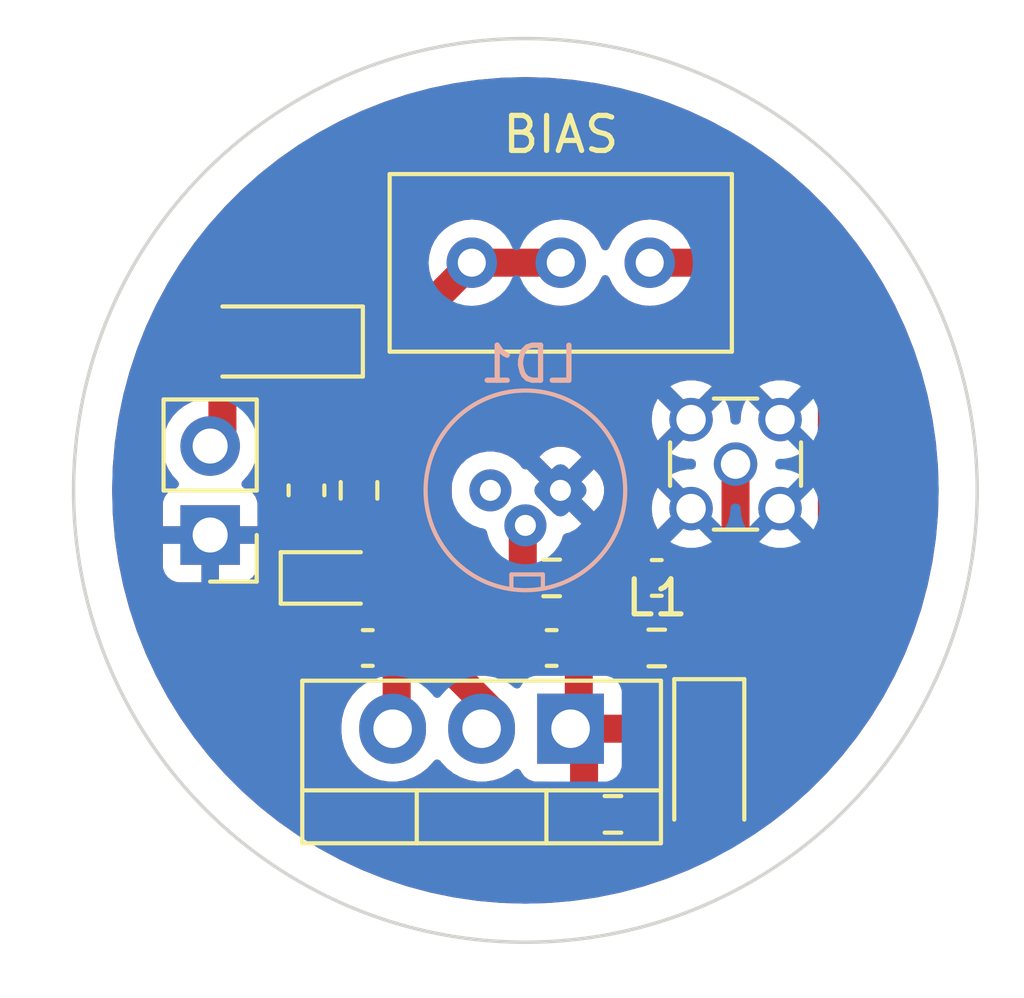
<source format=kicad_pcb>
(kicad_pcb (version 20221018) (generator pcbnew)
  (layers (0 "F.Cu" signal) (31 "B.Cu" signal) (34 "B.Paste" user) (35 "F.Paste" user) (36 "B.SilkS" user "B.Silkscreen") (37 "F.SilkS" user "F.Silkscreen") (38 "B.Mask" user) (39 "F.Mask" user) (44 "Edge.Cuts" user))
  (net 0 "")
  (net 1 "Net-(D4-K)")
  (net 2 "GND")
  (net 3 "Net-(D1-A)")
  (net 4 "Net-(D2-K)")
  (net 5 "Net-(D4-A)")
  (net 6 "Net-(J2-In)")
  (net 8 "Net-(C6-Pad1)")
  (net 9 "Net-(LD1-Pad2)")
  (net 10 "Net-(R6-Pad1)")
  (net 11 "Net-(U1-VO)")
  (footprint "Resistor_SMD:R_0603_1608Metric" (layer "F.Cu") (at 52.5 59.25 180)
    (fp_text reference "R6" hide)
    (fp_text value "3.9" hide)
    (fp_line (start -0.237258 -0.5225) (end 0.237258 -0.5225) (stroke (width 0.12)) (layer "F.SilkS"))
    (fp_line (start -0.237258 0.5225) (end 0.237258 0.5225) (stroke (width 0.12)) (layer "F.SilkS"))
    (pad "1" smd roundrect (at -0.825 0 180) (size 0.8 0.95) (layers "F.Cu" "F.Paste" "F.Mask") (net 10 "Net-(R6-Pad1)"))
    (pad "2" smd roundrect (at 0.825 0 180) (size 0.8 0.95) (layers "F.Cu" "F.Paste" "F.Mask") (net 4 "Net-(D2-K)"))
  )
  (footprint "Diode_SMD:D_SOD-123" (layer "F.Cu") (at 43 45.75 180)
    (fp_text reference "D4" hide)
    (fp_text value "~" hide)
    (fp_line (start -2.36 -1) (end -2.36 1) (stroke (width 0.12)) (layer "F.SilkS"))
    (fp_line (start -2.36 -1) (end 1.65 -1) (stroke (width 0.12)) (layer "F.SilkS"))
    (fp_line (start -2.36 1) (end 1.65 1) (stroke (width 0.12)) (layer "F.SilkS"))
    (pad "1" smd roundrect (at -1.65 0 180) (size 0.9 1.2) (layers "F.Cu" "F.Paste" "F.Mask") (net 1 "Net-(D4-K)"))
    (pad "2" smd roundrect (at 1.65 0 180) (size 0.9 1.2) (layers "F.Cu" "F.Paste" "F.Mask") (net 5 "Net-(D4-A)"))
  )
  (footprint "Diode_SMD:D_SOD-123" (layer "F.Cu") (at 55.25 57.75 -90)
    (fp_text reference "D2" hide)
    (fp_text value "~")
    (fp_line (start -2.36 -1) (end -2.36 1) (stroke (width 0.12)) (layer "F.SilkS"))
    (fp_line (start -2.36 -1) (end 1.65 -1) (stroke (width 0.12)) (layer "F.SilkS"))
    (fp_line (start -2.36 1) (end 1.65 1) (stroke (width 0.12)) (layer "F.SilkS"))
    (pad "1" smd roundrect (at -1.65 0 270) (size 0.9 1.2) (layers "F.Cu" "F.Paste" "F.Mask") (net 4 "Net-(D2-K)"))
    (pad "2" smd roundrect (at 1.65 0 270) (size 0.9 1.2) (layers "F.Cu" "F.Paste" "F.Mask") (net 2 "GND"))
  )
  (footprint "Potentiometer_THT:Potentiometer_Bourns_3296W_Vertical" (layer "F.Cu") (at 53.55 43.5)
    (fp_text reference "BIAS" (at -2.54 -3.66) (layer "F.SilkS"))
    (fp_text value "200")
    (fp_line (start -7.425 -2.53) (end -7.425 2.54) (stroke (width 0.12)) (layer "F.SilkS"))
    (fp_line (start -7.425 -2.53) (end 2.345 -2.53) (stroke (width 0.12)) (layer "F.SilkS"))
    (fp_line (start -7.425 2.54) (end 2.345 2.54) (stroke (width 0.12)) (layer "F.SilkS"))
    (fp_line (start 2.345 -2.53) (end 2.345 2.54) (stroke (width 0.12)) (layer "F.SilkS"))
    (pad "1" thru_hole circle (at 0 0) (size 1.44 1.44) (drill 0.8) (layers "*.Cu" "*.Mask") (net 10 "Net-(R6-Pad1)"))
    (pad "2" thru_hole circle (at -2.54 0) (size 1.44 1.44) (drill 0.8) (layers "*.Cu" "*.Mask") (net 11 "Net-(U1-VO)"))
    (pad "3" thru_hole circle (at -5.08 0) (size 1.44 1.44) (drill 0.8) (layers "*.Cu" "*.Mask") (net 11 "Net-(U1-VO)"))
  )
  (footprint "Resistor_SMD:R_0603_1608Metric" (layer "F.Cu") (at 53.75 54.5)
    (fp_text reference "L1" (at 0 -1.43) (layer "F.SilkS"))
    (fp_text value "22uH")
    (fp_line (start -0.237258 -0.5225) (end 0.237258 -0.5225) (stroke (width 0.12)) (layer "F.SilkS"))
    (fp_line (start -0.237258 0.5225) (end 0.237258 0.5225) (stroke (width 0.12)) (layer "F.SilkS"))
    (pad "1" smd roundrect (at -0.825 0) (size 0.8 0.95) (layers "F.Cu" "F.Paste" "F.Mask") (net 4 "Net-(D2-K)"))
    (pad "2" smd roundrect (at 0.825 0) (size 0.8 0.95) (layers "F.Cu" "F.Paste" "F.Mask") (net 8 "Net-(C6-Pad1)"))
  )
  (footprint "Package_TO_SOT_THT:TO-220-3_Vertical" (layer "F.Cu") (at 51.29 56.805 180)
    (fp_text reference "U1" hide)
    (fp_text value "LM317_TO-220" hide)
    (fp_line (start -2.58 -3.27) (end -2.58 1.371) (stroke (width 0.12)) (layer "F.SilkS"))
    (fp_line (start -2.58 -3.27) (end 7.66 -3.27) (stroke (width 0.12)) (layer "F.SilkS"))
    (fp_line (start -2.58 -1.76) (end 7.66 -1.76) (stroke (width 0.12)) (layer "F.SilkS"))
    (fp_line (start -2.58 1.371) (end 7.66 1.371) (stroke (width 0.12)) (layer "F.SilkS"))
    (fp_line (start 0.69 -3.27) (end 0.69 -1.76) (stroke (width 0.12)) (layer "F.SilkS"))
    (fp_line (start 4.391 -3.27) (end 4.391 -1.76) (stroke (width 0.12)) (layer "F.SilkS"))
    (fp_line (start 7.66 -3.27) (end 7.66 1.371) (stroke (width 0.12)) (layer "F.SilkS"))
    (pad "1" thru_hole rect (at 0 0 180) (size 1.905 2) (drill 1.1) (layers "*.Cu" "*.Mask") (net 4 "Net-(D2-K)"))
    (pad "2" thru_hole oval (at 2.54 0 180) (size 1.905 2) (drill 1.1) (layers "*.Cu" "*.Mask") (net 11 "Net-(U1-VO)"))
    (pad "3" thru_hole oval (at 5.08 0 180) (size 1.905 2) (drill 1.1) (layers "*.Cu" "*.Mask") (net 1 "Net-(D4-K)"))
  )
  (footprint "Capacitor_SMD:C_0603_1608Metric" (layer "F.Cu") (at 45.5 54.5 180)
    (fp_text reference "C1" hide)
    (fp_text value "0.1uF" hide)
    (fp_line (start -0.14058 -0.51) (end 0.14058 -0.51) (stroke (width 0.12)) (layer "F.SilkS"))
    (fp_line (start -0.14058 0.51) (end 0.14058 0.51) (stroke (width 0.12)) (layer "F.SilkS"))
    (pad "1" smd roundrect (at -0.775 0 180) (size 0.9 0.95) (layers "F.Cu" "F.Paste" "F.Mask") (net 1 "Net-(D4-K)"))
    (pad "2" smd roundrect (at 0.775 0 180) (size 0.9 0.95) (layers "F.Cu" "F.Paste" "F.Mask") (net 2 "GND"))
  )
  (footprint "Resistor_SMD:R_0603_1608Metric" (layer "F.Cu") (at 45.25 50 -90)
    (fp_text reference "R1" hide)
    (fp_text value "1k" hide)
    (fp_line (start -0.237258 -0.5225) (end 0.237258 -0.5225) (stroke (width 0.12)) (layer "F.SilkS"))
    (fp_line (start -0.237258 0.5225) (end 0.237258 0.5225) (stroke (width 0.12)) (layer "F.SilkS"))
    (pad "1" smd roundrect (at -0.825 0 270) (size 0.8 0.95) (layers "F.Cu" "F.Paste" "F.Mask") (net 1 "Net-(D4-K)"))
    (pad "2" smd roundrect (at 0.825 0 270) (size 0.8 0.95) (layers "F.Cu" "F.Paste" "F.Mask") (net 3 "Net-(D1-A)"))
  )
  (footprint "Capacitor_SMD:C_0603_1608Metric" (layer "F.Cu") (at 50.75 54.5 180)
    (fp_text reference "C3" hide)
    (fp_text value "10uF" hide)
    (fp_line (start -0.14058 -0.51) (end 0.14058 -0.51) (stroke (width 0.12)) (layer "F.SilkS"))
    (fp_line (start -0.14058 0.51) (end 0.14058 0.51) (stroke (width 0.12)) (layer "F.SilkS"))
    (pad "1" smd roundrect locked (at -0.775 0 180) (size 0.9 0.95) (layers "F.Cu" "F.Paste" "F.Mask") (net 4 "Net-(D2-K)"))
    (pad "2" smd roundrect locked (at 0.775 0 180) (size 0.9 0.95) (layers "F.Cu" "F.Paste" "F.Mask") (net 2 "GND"))
  )
  (footprint "LED_SMD:LED_0603_1608Metric" (layer "F.Cu") (at 44.5 52.5)
    (fp_text reference "D1" hide)
    (fp_text value "LED" hide)
    (fp_line (start -1.485 -0.735) (end -1.485 0.735) (stroke (width 0.12)) (layer "F.SilkS"))
    (fp_line (start -1.485 0.735) (end 0.8 0.735) (stroke (width 0.12)) (layer "F.SilkS"))
    (fp_line (start 0.8 -0.735) (end -1.485 -0.735) (stroke (width 0.12)) (layer "F.SilkS"))
    (pad "1" smd roundrect (at -0.7875 0) (size 0.875 0.95) (layers "F.Cu" "F.Paste" "F.Mask") (net 2 "GND"))
    (pad "2" smd roundrect (at 0.7875 0) (size 0.875 0.95) (layers "F.Cu" "F.Paste" "F.Mask") (net 3 "Net-(D1-A)"))
  )
  (footprint "Connector_Coaxial:MMCX_Molex_73415-1471_Vertical" (layer "F.Cu") (at 56 49.25)
    (fp_text reference "J2" hide)
    (fp_text value "RF In" hide)
    (fp_line (start -1.87 0.62) (end -1.87 -0.62) (stroke (width 0.12)) (layer "F.SilkS"))
    (fp_line (start 0.62 -1.87) (end -0.62 -1.87) (stroke (width 0.12)) (layer "F.SilkS"))
    (fp_line (start 0.62 1.87) (end -0.62 1.87) (stroke (width 0.12)) (layer "F.SilkS"))
    (fp_line (start 1.87 0.62) (end 1.87 -0.62) (stroke (width 0.12)) (layer "F.SilkS"))
    (pad "1" thru_hole circle (at 0 0) (size 1.24 1.24) (drill 0.84) (layers "*.Cu" "*.Mask") (net 6 "Net-(J2-In)"))
    (pad "2" thru_hole circle (at -1.27 -1.27) (size 1.24 1.24) (drill 0.84) (layers "*.Cu" "*.Mask") (net 2 "GND"))
    (pad "2" thru_hole circle (at -1.27 1.27) (size 1.24 1.24) (drill 0.84) (layers "*.Cu" "*.Mask") (net 2 "GND"))
    (pad "2" thru_hole circle (at 1.27 -1.27) (size 1.24 1.24) (drill 0.84) (layers "*.Cu" "*.Mask") (net 2 "GND"))
    (pad "2" thru_hole circle (at 1.27 1.27) (size 1.24 1.24) (drill 0.84) (layers "*.Cu" "*.Mask") (net 2 "GND"))
  )
  (footprint "Connector_PinHeader_2.54mm:PinHeader_1x02_P2.54mm_Vertical" (layer "F.Cu") (at 41 51.275 180)
    (fp_text reference "J3" hide)
    (fp_text value "Power" hide)
    (fp_line (start -1.33 -1.33) (end 0 -1.33) (stroke (width 0.12)) (layer "F.SilkS"))
    (fp_line (start -1.33 0) (end -1.33 -1.33) (stroke (width 0.12)) (layer "F.SilkS"))
    (fp_line (start -1.33 1.27) (end -1.33 3.87) (stroke (width 0.12)) (layer "F.SilkS"))
    (fp_line (start -1.33 1.27) (end 1.33 1.27) (stroke (width 0.12)) (layer "F.SilkS"))
    (fp_line (start -1.33 3.87) (end 1.33 3.87) (stroke (width 0.12)) (layer "F.SilkS"))
    (fp_line (start 1.33 1.27) (end 1.33 3.87) (stroke (width 0.12)) (layer "F.SilkS"))
    (pad "1" thru_hole rect (at 0 0 180) (size 1.7 1.7) (drill 1) (layers "*.Cu" "*.Mask") (net 2 "GND"))
    (pad "2" thru_hole oval (at 0 2.54 180) (size 1.7 1.7) (drill 1) (layers "*.Cu" "*.Mask") (net 5 "Net-(D4-A)"))
  )
  (footprint "Resistor_SMD:R_0603_1608Metric" (layer "F.Cu") (at 50.75 52.5)
    (fp_text reference "R5" hide)
    (fp_text value "47" hide)
    (fp_line (start -0.237258 -0.5225) (end 0.237258 -0.5225) (stroke (width 0.12)) (layer "F.SilkS"))
    (fp_line (start -0.237258 0.5225) (end 0.237258 0.5225) (stroke (width 0.12)) (layer "F.SilkS"))
    (pad "1" smd roundrect (at -0.825 0) (size 0.8 0.95) (layers "F.Cu" "F.Paste" "F.Mask") (net 9 "Net-(LD1-Pad2)"))
    (pad "2" smd roundrect (at 0.825 0) (size 0.8 0.95) (layers "F.Cu" "F.Paste" "F.Mask") (net 8 "Net-(C6-Pad1)"))
  )
  (footprint "Capacitor_SMD:C_0603_1608Metric" (layer "F.Cu") (at 43.75 50 -90)
    (fp_text reference "C2" hide)
    (fp_text value "10uF" hide)
    (fp_line (start -0.14058 -0.51) (end 0.14058 -0.51) (stroke (width 0.12)) (layer "F.SilkS"))
    (fp_line (start -0.14058 0.51) (end 0.14058 0.51) (stroke (width 0.12)) (layer "F.SilkS"))
    (pad "1" smd roundrect (at -0.775 0 270) (size 0.9 0.95) (layers "F.Cu" "F.Paste" "F.Mask") (net 1 "Net-(D4-K)"))
    (pad "2" smd roundrect (at 0.775 0 270) (size 0.9 0.95) (layers "F.Cu" "F.Paste" "F.Mask") (net 2 "GND"))
  )
  (footprint "Capacitor_SMD:C_0603_1608Metric" (layer "F.Cu") (at 53.75 52.5)
    (fp_text reference "C6" hide)
    (fp_text value "0.1uF" hide)
    (fp_line (start -0.14058 -0.51) (end 0.14058 -0.51) (stroke (width 0.12)) (layer "F.SilkS"))
    (fp_line (start -0.14058 0.51) (end 0.14058 0.51) (stroke (width 0.12)) (layer "F.SilkS"))
    (pad "1" smd roundrect (at -0.775 0) (size 0.9 0.95) (layers "F.Cu" "F.Paste" "F.Mask") (net 8 "Net-(C6-Pad1)"))
    (pad "2" smd roundrect (at 0.775 0) (size 0.9 0.95) (layers "F.Cu" "F.Paste" "F.Mask") (net 6 "Net-(J2-In)"))
  )
  (footprint "OptoDevice:LaserDiode_TO18-D5.6-3" (layer "B.Cu") (at 51 50 180)
    (fp_text reference "LD1" (at 0.9 3.6) (layer "B.SilkS") (effects (justify mirror)))
    (fp_text value "D_Laser_Photo_NType" hide)
    (fp_line (start 0.5 -2.8) (end 0.5 -2.4) (stroke (width 0.12)) (layer "B.SilkS"))
    (fp_line (start 0.5 -2.4) (end 1.4 -2.4) (stroke (width 0.12)) (layer "B.SilkS"))
    (fp_line (start 1.4 -2.4) (end 1.4 -2.8) (stroke (width 0.12)) (layer "B.SilkS"))
    (fp_circle (center 1 0) (end -1.85 0) (stroke (width 0.12)) (fill none) (layer "B.SilkS"))
    (pad "1" thru_hole roundrect locked (at 0 0 135) (size 1.2 1.2) (drill 0.6) (layers "*.Cu" "*.Mask") (roundrect_rratio 0.208) (net 2 "GND"))
    (pad "2" thru_hole circle locked (at 1 -1 180) (size 1.2 1.2) (drill 0.6) (layers "*.Cu" "*.Mask") (net 9 "Net-(LD1-Pad2)"))
    (pad "3" thru_hole circle locked (at 2 0 180) (size 1.2 1.2) (drill 0.6) (layers "*.Cu" "*.Mask"))
  )
  (gr_circle locked (center 50 50) (end 62.9 50) (stroke (width 0.1)) (fill none) (layer "Edge.Cuts"))
  (segment (start 45.45 49.225) (end 45.5 49.175) (width 0.8) (layer "F.Cu") (net 1))
  (segment (start 46.46 56.805) (end 46.325 56.67) (width 0.8) (layer "F.Cu") (net 1))
  (segment (start 45.5 46.6) (end 44.65 45.75) (width 0.8) (layer "F.Cu") (net 1))
  (segment (start 46.325 50) (end 45.5 49.175) (width 0.8) (layer "F.Cu") (net 1))
  (segment (start 46.325 56.67) (end 46.325 50) (width 0.8) (layer "F.Cu") (net 1))
  (segment (start 44 49.225) (end 45.45 49.225) (width 0.8) (layer "F.Cu") (net 1))
  (segment (start 45.5 49.175) (end 45.5 46.6) (width 0.8) (layer "F.Cu") (net 1))
  (segment (start 45.25 52.4625) (end 45.2875 52.5) (width 0.8) (layer "F.Cu") (net 3))
  (segment (start 45.25 50.825) (end 45.25 52.4625) (width 0.8) (layer "F.Cu") (net 3))
  (segment (start 51.675 59.25) (end 51.675 56.94) (width 0.8) (layer "F.Cu") (net 4))
  (segment (start 53.9 56.1) (end 53.195 56.805) (width 0.8) (layer "F.Cu") (net 4))
  (segment (start 55.5 56.1) (end 53.9 56.1) (width 0.8) (layer "F.Cu") (net 4))
  (segment (start 51.525 54.5) (end 52.925 54.5) (width 0.8) (layer "F.Cu") (net 4))
  (segment (start 51.525 54.5) (end 51.525 56.79) (width 0.8) (layer "F.Cu") (net 4))
  (segment (start 53.195 56.805) (end 51.54 56.805) (width 0.8) (layer "F.Cu") (net 4))
  (segment (start 51.525 56.79) (end 51.54 56.805) (width 0.8) (layer "F.Cu") (net 4))
  (segment (start 51.675 56.94) (end 51.54 56.805) (width 0.8) (layer "F.Cu") (net 4))
  (segment (start 41.35 45.75) (end 41.35 48.635) (width 0.8) (layer "F.Cu") (net 5))
  (segment (start 41.35 48.635) (end 41.25 48.735) (width 0.8) (layer "F.Cu") (net 5))
  (segment (start 55 52.5) (end 54.525 52.5) (width 0.8) (layer "F.Cu") (net 6))
  (segment (start 56 51.5) (end 55 52.5) (width 0.8) (layer "F.Cu") (net 6))
  (segment (start 56 49.25) (end 56 51.5) (width 0.8) (layer "F.Cu") (net 6))
  (segment (start 54.575 54.5) (end 54.575 54.325) (width 0.8) (layer "F.Cu") (net 8))
  (segment (start 52.975 52.5) (end 51.575 52.5) (width 0.8) (layer "F.Cu") (net 8))
  (segment (start 52.975 52.725) (end 52.975 52.5) (width 0.8) (layer "F.Cu") (net 8))
  (segment (start 54.575 54.325) (end 52.975 52.725) (width 0.8) (layer "F.Cu") (net 8))
  (segment (start 49.925 51.075) (end 50 51) (width 0.8) (layer "F.Cu") (net 9))
  (segment (start 49.925 52.5) (end 49.925 51.075) (width 0.8) (layer "F.Cu") (net 9))
  (segment (start 54 57.75) (end 54.25 57.75) (width 0.8) (layer "F.Cu") (net 10))
  (segment (start 53.325 59.25) (end 53.325 58.425) (width 0.8) (layer "F.Cu") (net 10))
  (segment (start 58.75 55) (end 58.75 46.5) (width 0.8) (layer "F.Cu") (net 10))
  (segment (start 53.325 58.425) (end 54 57.75) (width 0.8) (layer "F.Cu") (net 10))
  (segment (start 56 57.75) (end 58.75 55) (width 0.8) (layer "F.Cu") (net 10))
  (segment (start 54 57.75) (end 55.75 57.75) (width 0.8) (layer "F.Cu") (net 10))
  (segment (start 55.75 43.5) (end 53.55 43.5) (width 0.8) (layer "F.Cu") (net 10))
  (segment (start 58.75 46.5) (end 55.75 43.5) (width 0.8) (layer "F.Cu") (net 10))
  (segment (start 47.5 44.47) (end 48.47 43.5) (width 0.8) (layer "F.Cu") (net 11))
  (segment (start 49 56.805) (end 49 56.25) (width 0.8) (layer "F.Cu") (net 11))
  (segment (start 47.5 54.75) (end 47.5 44.47) (width 0.8) (layer "F.Cu") (net 11))
  (segment (start 51.01 43.5) (end 48.47 43.5) (width 0.8) (layer "F.Cu") (net 11))
  (segment (start 49 56.25) (end 47.5 54.75) (width 0.8) (layer "F.Cu") (net 11))
  (zone (net 2) (net_name "GND") (layers "F&B.Cu") (connect_pads (clearance 0.508)) (min_thickness 0.25) (fill yes (thermal_gap 0.5) (thermal_bridge_width 0.5))
    (polygon (pts (xy 36.75 36.75) (xy 64.25 36.25) (xy 64.25 64.5) (xy 35 63.25)))
  )
)
</source>
